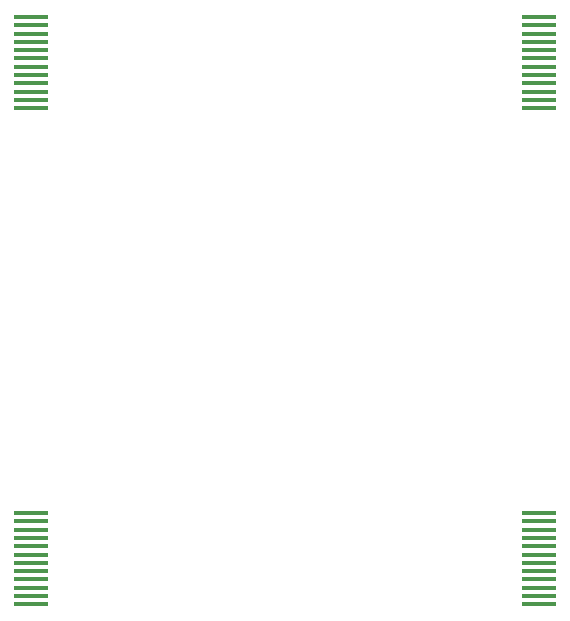
<source format=gbp>
G04 #@! TF.GenerationSoftware,KiCad,Pcbnew,6.0.11-2627ca5db0~126~ubuntu22.04.1*
G04 #@! TF.CreationDate,2023-02-05T22:44:53+11:00*
G04 #@! TF.ProjectId,panel,70616e65-6c2e-46b6-9963-61645f706362,rev?*
G04 #@! TF.SameCoordinates,Original*
G04 #@! TF.FileFunction,Paste,Bot*
G04 #@! TF.FilePolarity,Positive*
%FSLAX46Y46*%
G04 Gerber Fmt 4.6, Leading zero omitted, Abs format (unit mm)*
G04 Created by KiCad (PCBNEW 6.0.11-2627ca5db0~126~ubuntu22.04.1) date 2023-02-05 22:44:53*
%MOMM*%
%LPD*%
G01*
G04 APERTURE LIST*
%ADD10R,3.000000X0.350000*%
G04 APERTURE END LIST*
D10*
X165300000Y-43850000D03*
X165300000Y-43150000D03*
X165300000Y-42450000D03*
X165300000Y-41750000D03*
X165300000Y-41050000D03*
X165300000Y-40350000D03*
X165300000Y-39650000D03*
X165300000Y-38950000D03*
X165300000Y-38250000D03*
X165300000Y-37550000D03*
X165300000Y-36850000D03*
X165300000Y-36150000D03*
X165300000Y-85850000D03*
X165300000Y-85150000D03*
X165300000Y-84450000D03*
X165300000Y-83750000D03*
X165300000Y-83050000D03*
X165300000Y-82350000D03*
X165300000Y-81650000D03*
X165300000Y-80950000D03*
X165300000Y-80250000D03*
X165300000Y-79550000D03*
X165300000Y-78850000D03*
X165300000Y-78150000D03*
X122300000Y-43850000D03*
X122300000Y-43150000D03*
X122300000Y-42450000D03*
X122300000Y-41750000D03*
X122300000Y-41050000D03*
X122300000Y-40350000D03*
X122300000Y-39650000D03*
X122300000Y-38950000D03*
X122300000Y-38250000D03*
X122300000Y-37550000D03*
X122300000Y-36850000D03*
X122300000Y-36150000D03*
X122300000Y-85850000D03*
X122300000Y-85150000D03*
X122300000Y-84450000D03*
X122300000Y-83750000D03*
X122300000Y-83050000D03*
X122300000Y-82350000D03*
X122300000Y-81650000D03*
X122300000Y-80950000D03*
X122300000Y-80250000D03*
X122300000Y-79550000D03*
X122300000Y-78850000D03*
X122300000Y-78150000D03*
M02*

</source>
